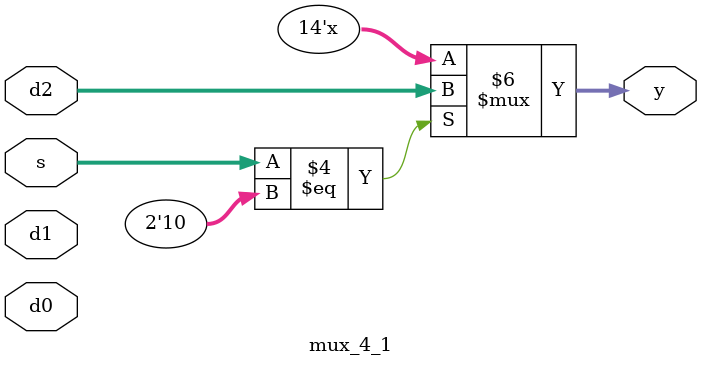
<source format=sv>
`timescale 1ns / 1ps


module mux_4_1
            #(parameter width = 16)
            (input logic [width-3:0] d0, d1, d2,
            input logic [1:0] s,
            output logic [width-3:0] y);
        
   always_comb begin
        if (s == 2'b00)
            y = d0;
        
        if (s == 2'b01)
            y = d1;
        
        if (s == 2'b10)
            y = d2;
        
        else 
            y = 16'bX;
   
   
   end
   
endmodule


</source>
